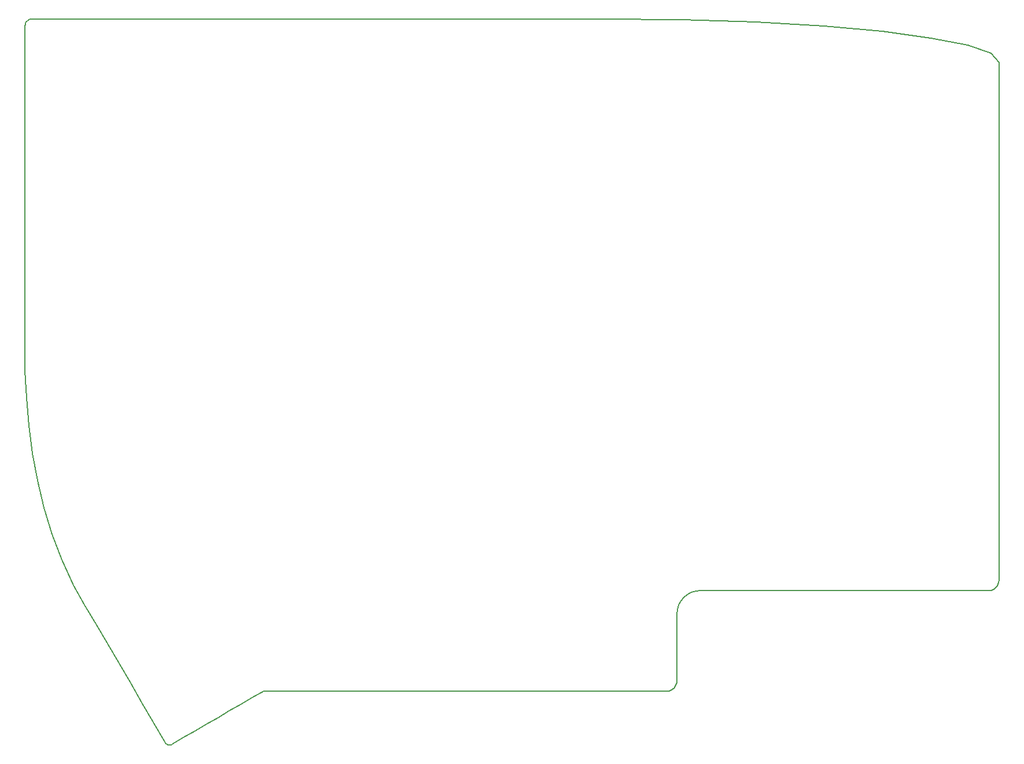
<source format=gm1>
G04 #@! TF.GenerationSoftware,KiCad,Pcbnew,5.1.5-52549c5~84~ubuntu18.04.1*
G04 #@! TF.CreationDate,2019-12-02T09:16:55+01:00*
G04 #@! TF.ProjectId,Lily58_Pro,4c696c79-3538-45f5-9072-6f2e6b696361,rev?*
G04 #@! TF.SameCoordinates,Original*
G04 #@! TF.FileFunction,Profile,NP*
%FSLAX46Y46*%
G04 Gerber Fmt 4.6, Leading zero omitted, Abs format (unit mm)*
G04 Created by KiCad (PCBNEW 5.1.5-52549c5~84~ubuntu18.04.1) date 2019-12-02 09:16:55*
%MOMM*%
%LPD*%
G04 APERTURE LIST*
%ADD10C,0.200000*%
G04 APERTURE END LIST*
D10*
X116186619Y-136480784D02*
X117862313Y-135510645D01*
X114510925Y-137450923D02*
X116186619Y-136480784D01*
X82937528Y-50750629D02*
X82937528Y-44443695D01*
X82937528Y-57057562D02*
X82937528Y-50750629D01*
X115211711Y-37086762D02*
X104803877Y-37086762D01*
X218692418Y-120789735D02*
X223959999Y-120789735D01*
X213424836Y-120789735D02*
X218692418Y-120789735D01*
X208157255Y-120789735D02*
X213424836Y-120789735D01*
X202889673Y-120789735D02*
X208157255Y-120789735D01*
X197622092Y-120789735D02*
X202889673Y-120789735D01*
X192354511Y-120789735D02*
X197622092Y-120789735D01*
X187086929Y-120789735D02*
X192354511Y-120789735D01*
X181819348Y-120789735D02*
X187086929Y-120789735D01*
X181113524Y-120860778D02*
X181819348Y-120789735D01*
X180456326Y-121064561D02*
X181113524Y-120860778D01*
X179861773Y-121387065D02*
X180456326Y-121064561D01*
X179343884Y-121814271D02*
X179861773Y-121387065D01*
X178916678Y-122332160D02*
X179343884Y-121814271D01*
X178594174Y-122926713D02*
X178916678Y-122332160D01*
X178390391Y-123583911D02*
X178594174Y-122926713D01*
X178319348Y-124289735D02*
X178390391Y-123583911D01*
X199807654Y-38170488D02*
X189919538Y-37585374D01*
X208420758Y-38945561D02*
X199807654Y-38170488D01*
X215525697Y-39885159D02*
X208420758Y-38945561D01*
X220889319Y-40963847D02*
X215525697Y-39885159D01*
X178989563Y-37215654D02*
X167250881Y-37086762D01*
X189919538Y-37585374D02*
X178989563Y-37215654D01*
X177658308Y-135255660D02*
X177403500Y-135393876D01*
X177880261Y-135072571D02*
X177658308Y-135255660D01*
X178063349Y-134850619D02*
X177880261Y-135072571D01*
X178201565Y-134595810D02*
X178063349Y-134850619D01*
X178288901Y-134314154D02*
X178201565Y-134595810D01*
X178319348Y-134011658D02*
X178288901Y-134314154D01*
X225460000Y-52918378D02*
X225460000Y-62400000D01*
X225460000Y-43436755D02*
X225460000Y-52918378D01*
X82937528Y-69671429D02*
X82937528Y-63364495D01*
X82937528Y-75978362D02*
X82937528Y-69671429D01*
X82937528Y-82285296D02*
X82937528Y-75978362D01*
X82937528Y-88592229D02*
X82937528Y-82285296D01*
X104803877Y-37086762D02*
X94396044Y-37086762D01*
X125619545Y-37086762D02*
X115211711Y-37086762D01*
X136027379Y-37086762D02*
X125619545Y-37086762D01*
X146435213Y-37086762D02*
X136027379Y-37086762D01*
X156843047Y-37086762D02*
X146435213Y-37086762D01*
X167250881Y-37086762D02*
X156843047Y-37086762D01*
X83400937Y-37265961D02*
X83579303Y-37169210D01*
X83245570Y-37394123D02*
X83400937Y-37265961D01*
X83117409Y-37549489D02*
X83245570Y-37394123D01*
X83020657Y-37727855D02*
X83117409Y-37549489D01*
X82959523Y-37925015D02*
X83020657Y-37727855D01*
X82938210Y-38136762D02*
X82959523Y-37925015D01*
X83776462Y-37108075D02*
X83988210Y-37086762D01*
X83579303Y-37169210D02*
X83776462Y-37108075D01*
X94396044Y-37086762D02*
X83988210Y-37086762D01*
X82937528Y-63364495D02*
X82937528Y-57057562D01*
X82937528Y-44443695D02*
X82937528Y-38136762D01*
X88291758Y-116318073D02*
X89993333Y-119989540D01*
X86863105Y-112530670D02*
X88291758Y-116318073D01*
X85688004Y-108649127D02*
X86863105Y-112530670D01*
X84747083Y-104695246D02*
X85688004Y-108649127D01*
X84020972Y-100690825D02*
X84747083Y-104695246D01*
X83490297Y-96657663D02*
X84020972Y-100690825D01*
X83135690Y-92617561D02*
X83490297Y-96657663D01*
X82937777Y-88592317D02*
X83135690Y-92617561D01*
X104288864Y-143357278D02*
X104456758Y-143271756D01*
X104130206Y-143404468D02*
X104288864Y-143357278D01*
X103981252Y-143413974D02*
X104130206Y-143404468D01*
X103842470Y-143386445D02*
X103981252Y-143413974D01*
X103714328Y-143322532D02*
X103842470Y-143386445D01*
X103597295Y-143222884D02*
X103714328Y-143322532D01*
X103491837Y-143088150D02*
X103597295Y-143222884D01*
X103398425Y-142918979D02*
X103491837Y-143088150D01*
X112835230Y-138421062D02*
X114510925Y-137450923D01*
X111159536Y-139391201D02*
X112835230Y-138421062D01*
X109483841Y-140361340D02*
X111159536Y-139391201D01*
X107808147Y-141331479D02*
X109483841Y-140361340D01*
X106132452Y-142301617D02*
X107808147Y-141331479D01*
X104456758Y-143271756D02*
X106132452Y-142301617D01*
X101722730Y-140052659D02*
X103398425Y-142918979D01*
X100047036Y-137186340D02*
X101722730Y-140052659D01*
X98371341Y-134320020D02*
X100047036Y-137186340D01*
X96695647Y-131453701D02*
X98371341Y-134320020D01*
X95019952Y-128587381D02*
X96695647Y-131453701D01*
X93344258Y-125721062D02*
X95019952Y-128587381D01*
X91668563Y-122854742D02*
X93344258Y-125721062D01*
X89992869Y-119988423D02*
X91668563Y-122854742D01*
X169449826Y-135511658D02*
X176819348Y-135511658D01*
X162080304Y-135511658D02*
X169449826Y-135511658D01*
X154710782Y-135511658D02*
X162080304Y-135511658D01*
X147341260Y-135511658D02*
X154710782Y-135511658D01*
X139971738Y-135511658D02*
X147341260Y-135511658D01*
X132602217Y-135511658D02*
X139971738Y-135511658D01*
X125232695Y-135511658D02*
X132602217Y-135511658D01*
X117863173Y-135511658D02*
X125232695Y-135511658D01*
X178319348Y-132816013D02*
X178319348Y-134034052D01*
X178319348Y-131597973D02*
X178319348Y-132816013D01*
X178319348Y-130379933D02*
X178319348Y-131597973D01*
X178319348Y-129161894D02*
X178319348Y-130379933D01*
X178319348Y-127943854D02*
X178319348Y-129161894D01*
X178319348Y-126725814D02*
X178319348Y-127943854D01*
X178319348Y-125507775D02*
X178319348Y-126725814D01*
X178319348Y-124289735D02*
X178319348Y-125507775D01*
X177121844Y-135481211D02*
X176819348Y-135511658D01*
X177403500Y-135393876D02*
X177121844Y-135481211D01*
X224278471Y-42156190D02*
X220889319Y-40963847D01*
X225460000Y-43436755D02*
X224278471Y-42156190D01*
X224262495Y-120759288D02*
X223959999Y-120789735D01*
X224544152Y-120671952D02*
X224262495Y-120759288D01*
X224798960Y-120533736D02*
X224544152Y-120671952D01*
X225020912Y-120350648D02*
X224798960Y-120533736D01*
X225204001Y-120128696D02*
X225020912Y-120350648D01*
X225342217Y-119873887D02*
X225204001Y-120128696D01*
X225429552Y-119592231D02*
X225342217Y-119873887D01*
X225459999Y-119289735D02*
X225429552Y-119592231D01*
X225460000Y-109808112D02*
X225460000Y-119289735D01*
X225460000Y-100326490D02*
X225460000Y-109808112D01*
X225460000Y-90844867D02*
X225460000Y-100326490D01*
X225460000Y-81363245D02*
X225460000Y-90844867D01*
X225460000Y-71881623D02*
X225460000Y-81363245D01*
X225460000Y-62400000D02*
X225460000Y-71881623D01*
M02*

</source>
